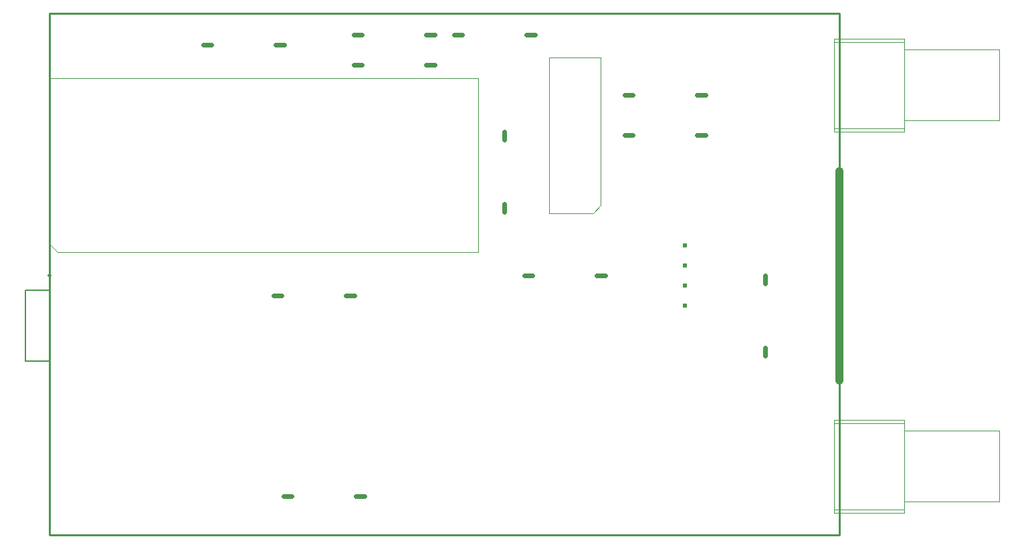
<source format=gbr>
G04 DipTrace 4.3.0.4*
G04 TopAssembly.gbr*
%MOIN*%
G04 #@! TF.FileFunction,Drawing,Top*
G04 #@! TF.Part,Single*
%ADD13C,0.004724*%
%ADD16C,0.01*%
%ADD20C,0.03937*%
%ADD21C,0.019685*%
%ADD22C,0.008*%
%ADD32C,0.024003*%
%FSLAX26Y26*%
G04*
G70*
G90*
G75*
G01*
G04 TopAssy*
%LPD*%
X391270Y1711929D2*
D22*
X273150D1*
Y1357619D2*
X391270D1*
X273150D2*
Y1711929D1*
X5128989Y2911960D2*
D13*
X4654093Y2911948D1*
X4654102Y2557596D1*
X5128998Y2557608D1*
X5128989Y2911960D1*
X4654091Y2966793D2*
X4305124Y2966784D1*
X4305136Y2502741D1*
X4654103Y2502750D1*
X4654091Y2966793D1*
X4654092Y2949748D2*
X4305124Y2949739D1*
X4654103Y2519796D2*
X4305135Y2519787D1*
X5128993Y1011942D2*
X4654097D1*
Y657591D1*
X5128993D1*
Y1011942D1*
X4654097Y1066787D2*
X4305130D1*
Y602744D1*
X4654097D1*
Y1066787D1*
Y1049743D2*
X4305130D1*
X4654097Y619790D2*
X4305130D1*
X2662520Y2502215D2*
D32*
Y2462139D1*
Y2102102D2*
Y2142178D1*
G36*
X3552517Y1924764D2*
X3572517D1*
Y1944764D1*
X3552517D1*
Y1924764D1*
G37*
G36*
X3552519Y1824764D2*
X3572519D1*
Y1844764D1*
X3552519D1*
Y1824764D1*
G37*
G36*
X3552521Y1724764D2*
X3572521D1*
X3572520Y1744764D1*
X3552520D1*
X3552521Y1724764D1*
G37*
G36*
X3552523Y1624764D2*
X3572523D1*
X3572522Y1644764D1*
X3552522D1*
X3552523Y1624764D1*
G37*
X1912583Y1684764D2*
D32*
X1872478D1*
X1512457D2*
X1552562D1*
X2312583Y2984764D2*
X2272478D1*
X1912457D2*
X1952562D1*
X1562583Y2934764D2*
X1522478D1*
X1162457D2*
X1202562D1*
X1962583Y684764D2*
X1922478D1*
X1562457D2*
X1602562D1*
X2762457Y1784764D2*
X2802562D1*
X3162583D2*
X3122478D1*
X2412457Y2984759D2*
X2452562Y2984760D1*
X2812583Y2984768D2*
X2772478Y2984767D1*
X2312583Y2834764D2*
X2272478D1*
X1912457D2*
X1952562D1*
X3662583Y2484770D2*
X3622478Y2484768D1*
X3262457Y2484758D2*
X3302562Y2484759D1*
X3662583Y2684770D2*
X3622478Y2684768D1*
X3262457Y2684758D2*
X3302562Y2684759D1*
X3962520Y1384701D2*
Y1424806D1*
Y1784827D2*
Y1744722D1*
X433780Y1902088D2*
D13*
X394409Y1941457D1*
Y2767441D1*
X2530630D1*
Y1902087D1*
X433780Y1902088D1*
X3142441Y2136339D2*
X3103071Y2096969D1*
X2882598D1*
Y2872559D1*
X3142441D1*
Y2136339D1*
X390126Y1254339D2*
Y995475D1*
X395328Y3090832D2*
D16*
X4332336D1*
Y492407D1*
X395328D1*
Y3090832D1*
X4331024Y2306417D2*
D20*
Y1263110D1*
D21*
X394016Y1784764D3*
M02*

</source>
